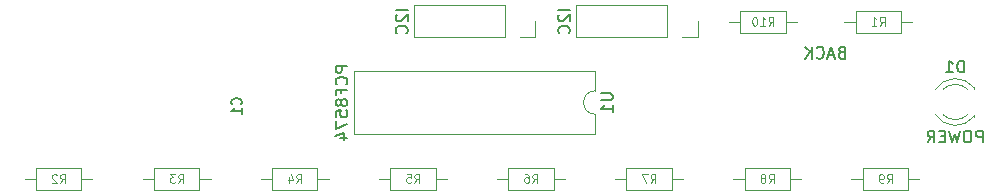
<source format=gbr>
%TF.GenerationSoftware,KiCad,Pcbnew,8.0.1*%
%TF.CreationDate,2024-05-11T19:49:50+01:00*%
%TF.ProjectId,TIMI2CLEDPanel,54494d49-3243-44c4-9544-50616e656c2e,rev?*%
%TF.SameCoordinates,Original*%
%TF.FileFunction,Legend,Bot*%
%TF.FilePolarity,Positive*%
%FSLAX46Y46*%
G04 Gerber Fmt 4.6, Leading zero omitted, Abs format (unit mm)*
G04 Created by KiCad (PCBNEW 8.0.1) date 2024-05-11 19:49:50*
%MOMM*%
%LPD*%
G01*
G04 APERTURE LIST*
%ADD10C,0.150000*%
%ADD11C,0.129000*%
%ADD12C,0.108000*%
%ADD13C,0.120000*%
G04 APERTURE END LIST*
D10*
X116279887Y-34546009D02*
X116137030Y-34593628D01*
X116137030Y-34593628D02*
X116089411Y-34641247D01*
X116089411Y-34641247D02*
X116041792Y-34736485D01*
X116041792Y-34736485D02*
X116041792Y-34879342D01*
X116041792Y-34879342D02*
X116089411Y-34974580D01*
X116089411Y-34974580D02*
X116137030Y-35022200D01*
X116137030Y-35022200D02*
X116232268Y-35069819D01*
X116232268Y-35069819D02*
X116613220Y-35069819D01*
X116613220Y-35069819D02*
X116613220Y-34069819D01*
X116613220Y-34069819D02*
X116279887Y-34069819D01*
X116279887Y-34069819D02*
X116184649Y-34117438D01*
X116184649Y-34117438D02*
X116137030Y-34165057D01*
X116137030Y-34165057D02*
X116089411Y-34260295D01*
X116089411Y-34260295D02*
X116089411Y-34355533D01*
X116089411Y-34355533D02*
X116137030Y-34450771D01*
X116137030Y-34450771D02*
X116184649Y-34498390D01*
X116184649Y-34498390D02*
X116279887Y-34546009D01*
X116279887Y-34546009D02*
X116613220Y-34546009D01*
X115660839Y-34784104D02*
X115184649Y-34784104D01*
X115756077Y-35069819D02*
X115422744Y-34069819D01*
X115422744Y-34069819D02*
X115089411Y-35069819D01*
X114184649Y-34974580D02*
X114232268Y-35022200D01*
X114232268Y-35022200D02*
X114375125Y-35069819D01*
X114375125Y-35069819D02*
X114470363Y-35069819D01*
X114470363Y-35069819D02*
X114613220Y-35022200D01*
X114613220Y-35022200D02*
X114708458Y-34926961D01*
X114708458Y-34926961D02*
X114756077Y-34831723D01*
X114756077Y-34831723D02*
X114803696Y-34641247D01*
X114803696Y-34641247D02*
X114803696Y-34498390D01*
X114803696Y-34498390D02*
X114756077Y-34307914D01*
X114756077Y-34307914D02*
X114708458Y-34212676D01*
X114708458Y-34212676D02*
X114613220Y-34117438D01*
X114613220Y-34117438D02*
X114470363Y-34069819D01*
X114470363Y-34069819D02*
X114375125Y-34069819D01*
X114375125Y-34069819D02*
X114232268Y-34117438D01*
X114232268Y-34117438D02*
X114184649Y-34165057D01*
X113756077Y-35069819D02*
X113756077Y-34069819D01*
X113184649Y-35069819D02*
X113613220Y-34498390D01*
X113184649Y-34069819D02*
X113756077Y-34641247D01*
X93304819Y-30923810D02*
X92304819Y-30923810D01*
X92400057Y-31352381D02*
X92352438Y-31400000D01*
X92352438Y-31400000D02*
X92304819Y-31495238D01*
X92304819Y-31495238D02*
X92304819Y-31733333D01*
X92304819Y-31733333D02*
X92352438Y-31828571D01*
X92352438Y-31828571D02*
X92400057Y-31876190D01*
X92400057Y-31876190D02*
X92495295Y-31923809D01*
X92495295Y-31923809D02*
X92590533Y-31923809D01*
X92590533Y-31923809D02*
X92733390Y-31876190D01*
X92733390Y-31876190D02*
X93304819Y-31304762D01*
X93304819Y-31304762D02*
X93304819Y-31923809D01*
X93209580Y-32923809D02*
X93257200Y-32876190D01*
X93257200Y-32876190D02*
X93304819Y-32733333D01*
X93304819Y-32733333D02*
X93304819Y-32638095D01*
X93304819Y-32638095D02*
X93257200Y-32495238D01*
X93257200Y-32495238D02*
X93161961Y-32400000D01*
X93161961Y-32400000D02*
X93066723Y-32352381D01*
X93066723Y-32352381D02*
X92876247Y-32304762D01*
X92876247Y-32304762D02*
X92733390Y-32304762D01*
X92733390Y-32304762D02*
X92542914Y-32352381D01*
X92542914Y-32352381D02*
X92447676Y-32400000D01*
X92447676Y-32400000D02*
X92352438Y-32495238D01*
X92352438Y-32495238D02*
X92304819Y-32638095D01*
X92304819Y-32638095D02*
X92304819Y-32733333D01*
X92304819Y-32733333D02*
X92352438Y-32876190D01*
X92352438Y-32876190D02*
X92400057Y-32923809D01*
D11*
X65409240Y-38956666D02*
X65450193Y-38915714D01*
X65450193Y-38915714D02*
X65491145Y-38792856D01*
X65491145Y-38792856D02*
X65491145Y-38710952D01*
X65491145Y-38710952D02*
X65450193Y-38588095D01*
X65450193Y-38588095D02*
X65368288Y-38506190D01*
X65368288Y-38506190D02*
X65286383Y-38465237D01*
X65286383Y-38465237D02*
X65122573Y-38424285D01*
X65122573Y-38424285D02*
X64999716Y-38424285D01*
X64999716Y-38424285D02*
X64835907Y-38465237D01*
X64835907Y-38465237D02*
X64754002Y-38506190D01*
X64754002Y-38506190D02*
X64672097Y-38588095D01*
X64672097Y-38588095D02*
X64631145Y-38710952D01*
X64631145Y-38710952D02*
X64631145Y-38792856D01*
X64631145Y-38792856D02*
X64672097Y-38915714D01*
X64672097Y-38915714D02*
X64713050Y-38956666D01*
X65491145Y-39775714D02*
X65491145Y-39284285D01*
X65491145Y-39529999D02*
X64631145Y-39529999D01*
X64631145Y-39529999D02*
X64754002Y-39448095D01*
X64754002Y-39448095D02*
X64835907Y-39366190D01*
X64835907Y-39366190D02*
X64876859Y-39284285D01*
D10*
X126668094Y-36244819D02*
X126668094Y-35244819D01*
X126668094Y-35244819D02*
X126429999Y-35244819D01*
X126429999Y-35244819D02*
X126287142Y-35292438D01*
X126287142Y-35292438D02*
X126191904Y-35387676D01*
X126191904Y-35387676D02*
X126144285Y-35482914D01*
X126144285Y-35482914D02*
X126096666Y-35673390D01*
X126096666Y-35673390D02*
X126096666Y-35816247D01*
X126096666Y-35816247D02*
X126144285Y-36006723D01*
X126144285Y-36006723D02*
X126191904Y-36101961D01*
X126191904Y-36101961D02*
X126287142Y-36197200D01*
X126287142Y-36197200D02*
X126429999Y-36244819D01*
X126429999Y-36244819D02*
X126668094Y-36244819D01*
X125144285Y-36244819D02*
X125715713Y-36244819D01*
X125429999Y-36244819D02*
X125429999Y-35244819D01*
X125429999Y-35244819D02*
X125525237Y-35387676D01*
X125525237Y-35387676D02*
X125620475Y-35482914D01*
X125620475Y-35482914D02*
X125715713Y-35530533D01*
X128239523Y-42164819D02*
X128239523Y-41164819D01*
X128239523Y-41164819D02*
X127858571Y-41164819D01*
X127858571Y-41164819D02*
X127763333Y-41212438D01*
X127763333Y-41212438D02*
X127715714Y-41260057D01*
X127715714Y-41260057D02*
X127668095Y-41355295D01*
X127668095Y-41355295D02*
X127668095Y-41498152D01*
X127668095Y-41498152D02*
X127715714Y-41593390D01*
X127715714Y-41593390D02*
X127763333Y-41641009D01*
X127763333Y-41641009D02*
X127858571Y-41688628D01*
X127858571Y-41688628D02*
X128239523Y-41688628D01*
X127049047Y-41164819D02*
X126858571Y-41164819D01*
X126858571Y-41164819D02*
X126763333Y-41212438D01*
X126763333Y-41212438D02*
X126668095Y-41307676D01*
X126668095Y-41307676D02*
X126620476Y-41498152D01*
X126620476Y-41498152D02*
X126620476Y-41831485D01*
X126620476Y-41831485D02*
X126668095Y-42021961D01*
X126668095Y-42021961D02*
X126763333Y-42117200D01*
X126763333Y-42117200D02*
X126858571Y-42164819D01*
X126858571Y-42164819D02*
X127049047Y-42164819D01*
X127049047Y-42164819D02*
X127144285Y-42117200D01*
X127144285Y-42117200D02*
X127239523Y-42021961D01*
X127239523Y-42021961D02*
X127287142Y-41831485D01*
X127287142Y-41831485D02*
X127287142Y-41498152D01*
X127287142Y-41498152D02*
X127239523Y-41307676D01*
X127239523Y-41307676D02*
X127144285Y-41212438D01*
X127144285Y-41212438D02*
X127049047Y-41164819D01*
X126287142Y-41164819D02*
X126049047Y-42164819D01*
X126049047Y-42164819D02*
X125858571Y-41450533D01*
X125858571Y-41450533D02*
X125668095Y-42164819D01*
X125668095Y-42164819D02*
X125430000Y-41164819D01*
X125049047Y-41641009D02*
X124715714Y-41641009D01*
X124572857Y-42164819D02*
X125049047Y-42164819D01*
X125049047Y-42164819D02*
X125049047Y-41164819D01*
X125049047Y-41164819D02*
X124572857Y-41164819D01*
X123572857Y-42164819D02*
X123906190Y-41688628D01*
X124144285Y-42164819D02*
X124144285Y-41164819D01*
X124144285Y-41164819D02*
X123763333Y-41164819D01*
X123763333Y-41164819D02*
X123668095Y-41212438D01*
X123668095Y-41212438D02*
X123620476Y-41260057D01*
X123620476Y-41260057D02*
X123572857Y-41355295D01*
X123572857Y-41355295D02*
X123572857Y-41498152D01*
X123572857Y-41498152D02*
X123620476Y-41593390D01*
X123620476Y-41593390D02*
X123668095Y-41641009D01*
X123668095Y-41641009D02*
X123763333Y-41688628D01*
X123763333Y-41688628D02*
X124144285Y-41688628D01*
D12*
X100124999Y-45577469D02*
X100364999Y-45234612D01*
X100536428Y-45577469D02*
X100536428Y-44857469D01*
X100536428Y-44857469D02*
X100262142Y-44857469D01*
X100262142Y-44857469D02*
X100193571Y-44891755D01*
X100193571Y-44891755D02*
X100159285Y-44926041D01*
X100159285Y-44926041D02*
X100124999Y-44994612D01*
X100124999Y-44994612D02*
X100124999Y-45097469D01*
X100124999Y-45097469D02*
X100159285Y-45166041D01*
X100159285Y-45166041D02*
X100193571Y-45200326D01*
X100193571Y-45200326D02*
X100262142Y-45234612D01*
X100262142Y-45234612D02*
X100536428Y-45234612D01*
X99884999Y-44857469D02*
X99404999Y-44857469D01*
X99404999Y-44857469D02*
X99713571Y-45577469D01*
D10*
X79549819Y-30923810D02*
X78549819Y-30923810D01*
X78645057Y-31352381D02*
X78597438Y-31400000D01*
X78597438Y-31400000D02*
X78549819Y-31495238D01*
X78549819Y-31495238D02*
X78549819Y-31733333D01*
X78549819Y-31733333D02*
X78597438Y-31828571D01*
X78597438Y-31828571D02*
X78645057Y-31876190D01*
X78645057Y-31876190D02*
X78740295Y-31923809D01*
X78740295Y-31923809D02*
X78835533Y-31923809D01*
X78835533Y-31923809D02*
X78978390Y-31876190D01*
X78978390Y-31876190D02*
X79549819Y-31304762D01*
X79549819Y-31304762D02*
X79549819Y-31923809D01*
X79454580Y-32923809D02*
X79502200Y-32876190D01*
X79502200Y-32876190D02*
X79549819Y-32733333D01*
X79549819Y-32733333D02*
X79549819Y-32638095D01*
X79549819Y-32638095D02*
X79502200Y-32495238D01*
X79502200Y-32495238D02*
X79406961Y-32400000D01*
X79406961Y-32400000D02*
X79311723Y-32352381D01*
X79311723Y-32352381D02*
X79121247Y-32304762D01*
X79121247Y-32304762D02*
X78978390Y-32304762D01*
X78978390Y-32304762D02*
X78787914Y-32352381D01*
X78787914Y-32352381D02*
X78692676Y-32400000D01*
X78692676Y-32400000D02*
X78597438Y-32495238D01*
X78597438Y-32495238D02*
X78549819Y-32638095D01*
X78549819Y-32638095D02*
X78549819Y-32733333D01*
X78549819Y-32733333D02*
X78597438Y-32876190D01*
X78597438Y-32876190D02*
X78645057Y-32923809D01*
D12*
X110112856Y-32277469D02*
X110352856Y-31934612D01*
X110524285Y-32277469D02*
X110524285Y-31557469D01*
X110524285Y-31557469D02*
X110249999Y-31557469D01*
X110249999Y-31557469D02*
X110181428Y-31591755D01*
X110181428Y-31591755D02*
X110147142Y-31626041D01*
X110147142Y-31626041D02*
X110112856Y-31694612D01*
X110112856Y-31694612D02*
X110112856Y-31797469D01*
X110112856Y-31797469D02*
X110147142Y-31866041D01*
X110147142Y-31866041D02*
X110181428Y-31900326D01*
X110181428Y-31900326D02*
X110249999Y-31934612D01*
X110249999Y-31934612D02*
X110524285Y-31934612D01*
X109427142Y-32277469D02*
X109838571Y-32277469D01*
X109632856Y-32277469D02*
X109632856Y-31557469D01*
X109632856Y-31557469D02*
X109701428Y-31660326D01*
X109701428Y-31660326D02*
X109769999Y-31728898D01*
X109769999Y-31728898D02*
X109838571Y-31763184D01*
X108981428Y-31557469D02*
X108912857Y-31557469D01*
X108912857Y-31557469D02*
X108844285Y-31591755D01*
X108844285Y-31591755D02*
X108810000Y-31626041D01*
X108810000Y-31626041D02*
X108775714Y-31694612D01*
X108775714Y-31694612D02*
X108741428Y-31831755D01*
X108741428Y-31831755D02*
X108741428Y-32003184D01*
X108741428Y-32003184D02*
X108775714Y-32140326D01*
X108775714Y-32140326D02*
X108810000Y-32208898D01*
X108810000Y-32208898D02*
X108844285Y-32243184D01*
X108844285Y-32243184D02*
X108912857Y-32277469D01*
X108912857Y-32277469D02*
X108981428Y-32277469D01*
X108981428Y-32277469D02*
X109050000Y-32243184D01*
X109050000Y-32243184D02*
X109084285Y-32208898D01*
X109084285Y-32208898D02*
X109118571Y-32140326D01*
X109118571Y-32140326D02*
X109152857Y-32003184D01*
X109152857Y-32003184D02*
X109152857Y-31831755D01*
X109152857Y-31831755D02*
X109118571Y-31694612D01*
X109118571Y-31694612D02*
X109084285Y-31626041D01*
X109084285Y-31626041D02*
X109050000Y-31591755D01*
X109050000Y-31591755D02*
X108981428Y-31557469D01*
X120124999Y-45577469D02*
X120364999Y-45234612D01*
X120536428Y-45577469D02*
X120536428Y-44857469D01*
X120536428Y-44857469D02*
X120262142Y-44857469D01*
X120262142Y-44857469D02*
X120193571Y-44891755D01*
X120193571Y-44891755D02*
X120159285Y-44926041D01*
X120159285Y-44926041D02*
X120124999Y-44994612D01*
X120124999Y-44994612D02*
X120124999Y-45097469D01*
X120124999Y-45097469D02*
X120159285Y-45166041D01*
X120159285Y-45166041D02*
X120193571Y-45200326D01*
X120193571Y-45200326D02*
X120262142Y-45234612D01*
X120262142Y-45234612D02*
X120536428Y-45234612D01*
X119782142Y-45577469D02*
X119644999Y-45577469D01*
X119644999Y-45577469D02*
X119576428Y-45543184D01*
X119576428Y-45543184D02*
X119542142Y-45508898D01*
X119542142Y-45508898D02*
X119473571Y-45406041D01*
X119473571Y-45406041D02*
X119439285Y-45268898D01*
X119439285Y-45268898D02*
X119439285Y-44994612D01*
X119439285Y-44994612D02*
X119473571Y-44926041D01*
X119473571Y-44926041D02*
X119507857Y-44891755D01*
X119507857Y-44891755D02*
X119576428Y-44857469D01*
X119576428Y-44857469D02*
X119713571Y-44857469D01*
X119713571Y-44857469D02*
X119782142Y-44891755D01*
X119782142Y-44891755D02*
X119816428Y-44926041D01*
X119816428Y-44926041D02*
X119850714Y-44994612D01*
X119850714Y-44994612D02*
X119850714Y-45166041D01*
X119850714Y-45166041D02*
X119816428Y-45234612D01*
X119816428Y-45234612D02*
X119782142Y-45268898D01*
X119782142Y-45268898D02*
X119713571Y-45303184D01*
X119713571Y-45303184D02*
X119576428Y-45303184D01*
X119576428Y-45303184D02*
X119507857Y-45268898D01*
X119507857Y-45268898D02*
X119473571Y-45234612D01*
X119473571Y-45234612D02*
X119439285Y-45166041D01*
X110124999Y-45577469D02*
X110364999Y-45234612D01*
X110536428Y-45577469D02*
X110536428Y-44857469D01*
X110536428Y-44857469D02*
X110262142Y-44857469D01*
X110262142Y-44857469D02*
X110193571Y-44891755D01*
X110193571Y-44891755D02*
X110159285Y-44926041D01*
X110159285Y-44926041D02*
X110124999Y-44994612D01*
X110124999Y-44994612D02*
X110124999Y-45097469D01*
X110124999Y-45097469D02*
X110159285Y-45166041D01*
X110159285Y-45166041D02*
X110193571Y-45200326D01*
X110193571Y-45200326D02*
X110262142Y-45234612D01*
X110262142Y-45234612D02*
X110536428Y-45234612D01*
X109713571Y-45166041D02*
X109782142Y-45131755D01*
X109782142Y-45131755D02*
X109816428Y-45097469D01*
X109816428Y-45097469D02*
X109850714Y-45028898D01*
X109850714Y-45028898D02*
X109850714Y-44994612D01*
X109850714Y-44994612D02*
X109816428Y-44926041D01*
X109816428Y-44926041D02*
X109782142Y-44891755D01*
X109782142Y-44891755D02*
X109713571Y-44857469D01*
X109713571Y-44857469D02*
X109576428Y-44857469D01*
X109576428Y-44857469D02*
X109507857Y-44891755D01*
X109507857Y-44891755D02*
X109473571Y-44926041D01*
X109473571Y-44926041D02*
X109439285Y-44994612D01*
X109439285Y-44994612D02*
X109439285Y-45028898D01*
X109439285Y-45028898D02*
X109473571Y-45097469D01*
X109473571Y-45097469D02*
X109507857Y-45131755D01*
X109507857Y-45131755D02*
X109576428Y-45166041D01*
X109576428Y-45166041D02*
X109713571Y-45166041D01*
X109713571Y-45166041D02*
X109782142Y-45200326D01*
X109782142Y-45200326D02*
X109816428Y-45234612D01*
X109816428Y-45234612D02*
X109850714Y-45303184D01*
X109850714Y-45303184D02*
X109850714Y-45440326D01*
X109850714Y-45440326D02*
X109816428Y-45508898D01*
X109816428Y-45508898D02*
X109782142Y-45543184D01*
X109782142Y-45543184D02*
X109713571Y-45577469D01*
X109713571Y-45577469D02*
X109576428Y-45577469D01*
X109576428Y-45577469D02*
X109507857Y-45543184D01*
X109507857Y-45543184D02*
X109473571Y-45508898D01*
X109473571Y-45508898D02*
X109439285Y-45440326D01*
X109439285Y-45440326D02*
X109439285Y-45303184D01*
X109439285Y-45303184D02*
X109473571Y-45234612D01*
X109473571Y-45234612D02*
X109507857Y-45200326D01*
X109507857Y-45200326D02*
X109576428Y-45166041D01*
X50124999Y-45577469D02*
X50364999Y-45234612D01*
X50536428Y-45577469D02*
X50536428Y-44857469D01*
X50536428Y-44857469D02*
X50262142Y-44857469D01*
X50262142Y-44857469D02*
X50193571Y-44891755D01*
X50193571Y-44891755D02*
X50159285Y-44926041D01*
X50159285Y-44926041D02*
X50124999Y-44994612D01*
X50124999Y-44994612D02*
X50124999Y-45097469D01*
X50124999Y-45097469D02*
X50159285Y-45166041D01*
X50159285Y-45166041D02*
X50193571Y-45200326D01*
X50193571Y-45200326D02*
X50262142Y-45234612D01*
X50262142Y-45234612D02*
X50536428Y-45234612D01*
X49850714Y-44926041D02*
X49816428Y-44891755D01*
X49816428Y-44891755D02*
X49747857Y-44857469D01*
X49747857Y-44857469D02*
X49576428Y-44857469D01*
X49576428Y-44857469D02*
X49507857Y-44891755D01*
X49507857Y-44891755D02*
X49473571Y-44926041D01*
X49473571Y-44926041D02*
X49439285Y-44994612D01*
X49439285Y-44994612D02*
X49439285Y-45063184D01*
X49439285Y-45063184D02*
X49473571Y-45166041D01*
X49473571Y-45166041D02*
X49884999Y-45577469D01*
X49884999Y-45577469D02*
X49439285Y-45577469D01*
X119519999Y-32277469D02*
X119759999Y-31934612D01*
X119931428Y-32277469D02*
X119931428Y-31557469D01*
X119931428Y-31557469D02*
X119657142Y-31557469D01*
X119657142Y-31557469D02*
X119588571Y-31591755D01*
X119588571Y-31591755D02*
X119554285Y-31626041D01*
X119554285Y-31626041D02*
X119519999Y-31694612D01*
X119519999Y-31694612D02*
X119519999Y-31797469D01*
X119519999Y-31797469D02*
X119554285Y-31866041D01*
X119554285Y-31866041D02*
X119588571Y-31900326D01*
X119588571Y-31900326D02*
X119657142Y-31934612D01*
X119657142Y-31934612D02*
X119931428Y-31934612D01*
X118834285Y-32277469D02*
X119245714Y-32277469D01*
X119039999Y-32277469D02*
X119039999Y-31557469D01*
X119039999Y-31557469D02*
X119108571Y-31660326D01*
X119108571Y-31660326D02*
X119177142Y-31728898D01*
X119177142Y-31728898D02*
X119245714Y-31763184D01*
X60124999Y-45577469D02*
X60364999Y-45234612D01*
X60536428Y-45577469D02*
X60536428Y-44857469D01*
X60536428Y-44857469D02*
X60262142Y-44857469D01*
X60262142Y-44857469D02*
X60193571Y-44891755D01*
X60193571Y-44891755D02*
X60159285Y-44926041D01*
X60159285Y-44926041D02*
X60124999Y-44994612D01*
X60124999Y-44994612D02*
X60124999Y-45097469D01*
X60124999Y-45097469D02*
X60159285Y-45166041D01*
X60159285Y-45166041D02*
X60193571Y-45200326D01*
X60193571Y-45200326D02*
X60262142Y-45234612D01*
X60262142Y-45234612D02*
X60536428Y-45234612D01*
X59884999Y-44857469D02*
X59439285Y-44857469D01*
X59439285Y-44857469D02*
X59679285Y-45131755D01*
X59679285Y-45131755D02*
X59576428Y-45131755D01*
X59576428Y-45131755D02*
X59507857Y-45166041D01*
X59507857Y-45166041D02*
X59473571Y-45200326D01*
X59473571Y-45200326D02*
X59439285Y-45268898D01*
X59439285Y-45268898D02*
X59439285Y-45440326D01*
X59439285Y-45440326D02*
X59473571Y-45508898D01*
X59473571Y-45508898D02*
X59507857Y-45543184D01*
X59507857Y-45543184D02*
X59576428Y-45577469D01*
X59576428Y-45577469D02*
X59782142Y-45577469D01*
X59782142Y-45577469D02*
X59850714Y-45543184D01*
X59850714Y-45543184D02*
X59884999Y-45508898D01*
X90124999Y-45577469D02*
X90364999Y-45234612D01*
X90536428Y-45577469D02*
X90536428Y-44857469D01*
X90536428Y-44857469D02*
X90262142Y-44857469D01*
X90262142Y-44857469D02*
X90193571Y-44891755D01*
X90193571Y-44891755D02*
X90159285Y-44926041D01*
X90159285Y-44926041D02*
X90124999Y-44994612D01*
X90124999Y-44994612D02*
X90124999Y-45097469D01*
X90124999Y-45097469D02*
X90159285Y-45166041D01*
X90159285Y-45166041D02*
X90193571Y-45200326D01*
X90193571Y-45200326D02*
X90262142Y-45234612D01*
X90262142Y-45234612D02*
X90536428Y-45234612D01*
X89507857Y-44857469D02*
X89644999Y-44857469D01*
X89644999Y-44857469D02*
X89713571Y-44891755D01*
X89713571Y-44891755D02*
X89747857Y-44926041D01*
X89747857Y-44926041D02*
X89816428Y-45028898D01*
X89816428Y-45028898D02*
X89850714Y-45166041D01*
X89850714Y-45166041D02*
X89850714Y-45440326D01*
X89850714Y-45440326D02*
X89816428Y-45508898D01*
X89816428Y-45508898D02*
X89782142Y-45543184D01*
X89782142Y-45543184D02*
X89713571Y-45577469D01*
X89713571Y-45577469D02*
X89576428Y-45577469D01*
X89576428Y-45577469D02*
X89507857Y-45543184D01*
X89507857Y-45543184D02*
X89473571Y-45508898D01*
X89473571Y-45508898D02*
X89439285Y-45440326D01*
X89439285Y-45440326D02*
X89439285Y-45268898D01*
X89439285Y-45268898D02*
X89473571Y-45200326D01*
X89473571Y-45200326D02*
X89507857Y-45166041D01*
X89507857Y-45166041D02*
X89576428Y-45131755D01*
X89576428Y-45131755D02*
X89713571Y-45131755D01*
X89713571Y-45131755D02*
X89782142Y-45166041D01*
X89782142Y-45166041D02*
X89816428Y-45200326D01*
X89816428Y-45200326D02*
X89850714Y-45268898D01*
D10*
X95904819Y-38028095D02*
X96714342Y-38028095D01*
X96714342Y-38028095D02*
X96809580Y-38075714D01*
X96809580Y-38075714D02*
X96857200Y-38123333D01*
X96857200Y-38123333D02*
X96904819Y-38218571D01*
X96904819Y-38218571D02*
X96904819Y-38409047D01*
X96904819Y-38409047D02*
X96857200Y-38504285D01*
X96857200Y-38504285D02*
X96809580Y-38551904D01*
X96809580Y-38551904D02*
X96714342Y-38599523D01*
X96714342Y-38599523D02*
X95904819Y-38599523D01*
X96904819Y-39599523D02*
X96904819Y-39028095D01*
X96904819Y-39313809D02*
X95904819Y-39313809D01*
X95904819Y-39313809D02*
X96047676Y-39218571D01*
X96047676Y-39218571D02*
X96142914Y-39123333D01*
X96142914Y-39123333D02*
X96190533Y-39028095D01*
X74464819Y-35694762D02*
X73464819Y-35694762D01*
X73464819Y-35694762D02*
X73464819Y-36075714D01*
X73464819Y-36075714D02*
X73512438Y-36170952D01*
X73512438Y-36170952D02*
X73560057Y-36218571D01*
X73560057Y-36218571D02*
X73655295Y-36266190D01*
X73655295Y-36266190D02*
X73798152Y-36266190D01*
X73798152Y-36266190D02*
X73893390Y-36218571D01*
X73893390Y-36218571D02*
X73941009Y-36170952D01*
X73941009Y-36170952D02*
X73988628Y-36075714D01*
X73988628Y-36075714D02*
X73988628Y-35694762D01*
X74369580Y-37266190D02*
X74417200Y-37218571D01*
X74417200Y-37218571D02*
X74464819Y-37075714D01*
X74464819Y-37075714D02*
X74464819Y-36980476D01*
X74464819Y-36980476D02*
X74417200Y-36837619D01*
X74417200Y-36837619D02*
X74321961Y-36742381D01*
X74321961Y-36742381D02*
X74226723Y-36694762D01*
X74226723Y-36694762D02*
X74036247Y-36647143D01*
X74036247Y-36647143D02*
X73893390Y-36647143D01*
X73893390Y-36647143D02*
X73702914Y-36694762D01*
X73702914Y-36694762D02*
X73607676Y-36742381D01*
X73607676Y-36742381D02*
X73512438Y-36837619D01*
X73512438Y-36837619D02*
X73464819Y-36980476D01*
X73464819Y-36980476D02*
X73464819Y-37075714D01*
X73464819Y-37075714D02*
X73512438Y-37218571D01*
X73512438Y-37218571D02*
X73560057Y-37266190D01*
X73941009Y-38028095D02*
X73941009Y-37694762D01*
X74464819Y-37694762D02*
X73464819Y-37694762D01*
X73464819Y-37694762D02*
X73464819Y-38170952D01*
X73893390Y-38694762D02*
X73845771Y-38599524D01*
X73845771Y-38599524D02*
X73798152Y-38551905D01*
X73798152Y-38551905D02*
X73702914Y-38504286D01*
X73702914Y-38504286D02*
X73655295Y-38504286D01*
X73655295Y-38504286D02*
X73560057Y-38551905D01*
X73560057Y-38551905D02*
X73512438Y-38599524D01*
X73512438Y-38599524D02*
X73464819Y-38694762D01*
X73464819Y-38694762D02*
X73464819Y-38885238D01*
X73464819Y-38885238D02*
X73512438Y-38980476D01*
X73512438Y-38980476D02*
X73560057Y-39028095D01*
X73560057Y-39028095D02*
X73655295Y-39075714D01*
X73655295Y-39075714D02*
X73702914Y-39075714D01*
X73702914Y-39075714D02*
X73798152Y-39028095D01*
X73798152Y-39028095D02*
X73845771Y-38980476D01*
X73845771Y-38980476D02*
X73893390Y-38885238D01*
X73893390Y-38885238D02*
X73893390Y-38694762D01*
X73893390Y-38694762D02*
X73941009Y-38599524D01*
X73941009Y-38599524D02*
X73988628Y-38551905D01*
X73988628Y-38551905D02*
X74083866Y-38504286D01*
X74083866Y-38504286D02*
X74274342Y-38504286D01*
X74274342Y-38504286D02*
X74369580Y-38551905D01*
X74369580Y-38551905D02*
X74417200Y-38599524D01*
X74417200Y-38599524D02*
X74464819Y-38694762D01*
X74464819Y-38694762D02*
X74464819Y-38885238D01*
X74464819Y-38885238D02*
X74417200Y-38980476D01*
X74417200Y-38980476D02*
X74369580Y-39028095D01*
X74369580Y-39028095D02*
X74274342Y-39075714D01*
X74274342Y-39075714D02*
X74083866Y-39075714D01*
X74083866Y-39075714D02*
X73988628Y-39028095D01*
X73988628Y-39028095D02*
X73941009Y-38980476D01*
X73941009Y-38980476D02*
X73893390Y-38885238D01*
X73464819Y-39980476D02*
X73464819Y-39504286D01*
X73464819Y-39504286D02*
X73941009Y-39456667D01*
X73941009Y-39456667D02*
X73893390Y-39504286D01*
X73893390Y-39504286D02*
X73845771Y-39599524D01*
X73845771Y-39599524D02*
X73845771Y-39837619D01*
X73845771Y-39837619D02*
X73893390Y-39932857D01*
X73893390Y-39932857D02*
X73941009Y-39980476D01*
X73941009Y-39980476D02*
X74036247Y-40028095D01*
X74036247Y-40028095D02*
X74274342Y-40028095D01*
X74274342Y-40028095D02*
X74369580Y-39980476D01*
X74369580Y-39980476D02*
X74417200Y-39932857D01*
X74417200Y-39932857D02*
X74464819Y-39837619D01*
X74464819Y-39837619D02*
X74464819Y-39599524D01*
X74464819Y-39599524D02*
X74417200Y-39504286D01*
X74417200Y-39504286D02*
X74369580Y-39456667D01*
X73464819Y-40361429D02*
X73464819Y-41028095D01*
X73464819Y-41028095D02*
X74464819Y-40599524D01*
X73798152Y-41837619D02*
X74464819Y-41837619D01*
X73417200Y-41599524D02*
X74131485Y-41361429D01*
X74131485Y-41361429D02*
X74131485Y-41980476D01*
D12*
X80124999Y-45577469D02*
X80364999Y-45234612D01*
X80536428Y-45577469D02*
X80536428Y-44857469D01*
X80536428Y-44857469D02*
X80262142Y-44857469D01*
X80262142Y-44857469D02*
X80193571Y-44891755D01*
X80193571Y-44891755D02*
X80159285Y-44926041D01*
X80159285Y-44926041D02*
X80124999Y-44994612D01*
X80124999Y-44994612D02*
X80124999Y-45097469D01*
X80124999Y-45097469D02*
X80159285Y-45166041D01*
X80159285Y-45166041D02*
X80193571Y-45200326D01*
X80193571Y-45200326D02*
X80262142Y-45234612D01*
X80262142Y-45234612D02*
X80536428Y-45234612D01*
X79473571Y-44857469D02*
X79816428Y-44857469D01*
X79816428Y-44857469D02*
X79850714Y-45200326D01*
X79850714Y-45200326D02*
X79816428Y-45166041D01*
X79816428Y-45166041D02*
X79747857Y-45131755D01*
X79747857Y-45131755D02*
X79576428Y-45131755D01*
X79576428Y-45131755D02*
X79507857Y-45166041D01*
X79507857Y-45166041D02*
X79473571Y-45200326D01*
X79473571Y-45200326D02*
X79439285Y-45268898D01*
X79439285Y-45268898D02*
X79439285Y-45440326D01*
X79439285Y-45440326D02*
X79473571Y-45508898D01*
X79473571Y-45508898D02*
X79507857Y-45543184D01*
X79507857Y-45543184D02*
X79576428Y-45577469D01*
X79576428Y-45577469D02*
X79747857Y-45577469D01*
X79747857Y-45577469D02*
X79816428Y-45543184D01*
X79816428Y-45543184D02*
X79850714Y-45508898D01*
X70124999Y-45577469D02*
X70364999Y-45234612D01*
X70536428Y-45577469D02*
X70536428Y-44857469D01*
X70536428Y-44857469D02*
X70262142Y-44857469D01*
X70262142Y-44857469D02*
X70193571Y-44891755D01*
X70193571Y-44891755D02*
X70159285Y-44926041D01*
X70159285Y-44926041D02*
X70124999Y-44994612D01*
X70124999Y-44994612D02*
X70124999Y-45097469D01*
X70124999Y-45097469D02*
X70159285Y-45166041D01*
X70159285Y-45166041D02*
X70193571Y-45200326D01*
X70193571Y-45200326D02*
X70262142Y-45234612D01*
X70262142Y-45234612D02*
X70536428Y-45234612D01*
X69507857Y-45097469D02*
X69507857Y-45577469D01*
X69679285Y-44823184D02*
X69850714Y-45337469D01*
X69850714Y-45337469D02*
X69404999Y-45337469D01*
D13*
%TO.C,J1*%
X104130000Y-31900000D02*
X104130000Y-33230000D01*
X104130000Y-33230000D02*
X102800000Y-33230000D01*
X93850000Y-33230000D02*
X101530000Y-33230000D01*
X101530000Y-30570000D02*
X101530000Y-33230000D01*
X93850000Y-30570000D02*
X93850000Y-33230000D01*
X93850000Y-30570000D02*
X101530000Y-30570000D01*
%TO.C,D1*%
X127490000Y-37670000D02*
X127490000Y-37514000D01*
X127490000Y-39986000D02*
X127490000Y-39830000D01*
X124257666Y-37671392D02*
G75*
G02*
X127489999Y-37514485I1672334J-1078608D01*
G01*
X124888871Y-37670164D02*
G75*
G02*
X126970960Y-37670001I1041129J-1079836D01*
G01*
X126970960Y-39829999D02*
G75*
G02*
X124888871Y-39829836I-1040960J1079999D01*
G01*
X127489999Y-39985515D02*
G75*
G02*
X124257666Y-39828608I-1559999J1235515D01*
G01*
%TO.C,R7*%
X98085000Y-44330000D02*
X98085000Y-46170000D01*
X98085000Y-45250000D02*
X97135000Y-45250000D01*
X98085000Y-46170000D02*
X101925000Y-46170000D01*
X101925000Y-44330000D02*
X98085000Y-44330000D01*
X101925000Y-45250000D02*
X102875000Y-45250000D01*
X101925000Y-46170000D02*
X101925000Y-44330000D01*
%TO.C,J4*%
X80095000Y-30570000D02*
X80095000Y-33230000D01*
X80095000Y-30570000D02*
X87775000Y-30570000D01*
X80095000Y-33230000D02*
X87775000Y-33230000D01*
X87775000Y-30570000D02*
X87775000Y-33230000D01*
X90375000Y-31900000D02*
X90375000Y-33230000D01*
X90375000Y-33230000D02*
X89045000Y-33230000D01*
%TO.C,R10*%
X107730000Y-31030000D02*
X107730000Y-32870000D01*
X107730000Y-31950000D02*
X106780000Y-31950000D01*
X107730000Y-32870000D02*
X111570000Y-32870000D01*
X111570000Y-31030000D02*
X107730000Y-31030000D01*
X111570000Y-31950000D02*
X112520000Y-31950000D01*
X111570000Y-32870000D02*
X111570000Y-31030000D01*
%TO.C,R9*%
X118085000Y-44330000D02*
X118085000Y-46170000D01*
X118085000Y-45250000D02*
X117135000Y-45250000D01*
X118085000Y-46170000D02*
X121925000Y-46170000D01*
X121925000Y-44330000D02*
X118085000Y-44330000D01*
X121925000Y-45250000D02*
X122875000Y-45250000D01*
X121925000Y-46170000D02*
X121925000Y-44330000D01*
%TO.C,R8*%
X108085000Y-44330000D02*
X108085000Y-46170000D01*
X108085000Y-45250000D02*
X107135000Y-45250000D01*
X108085000Y-46170000D02*
X111925000Y-46170000D01*
X111925000Y-44330000D02*
X108085000Y-44330000D01*
X111925000Y-45250000D02*
X112875000Y-45250000D01*
X111925000Y-46170000D02*
X111925000Y-44330000D01*
%TO.C,R2*%
X48085000Y-44330000D02*
X48085000Y-46170000D01*
X48085000Y-45250000D02*
X47135000Y-45250000D01*
X48085000Y-46170000D02*
X51925000Y-46170000D01*
X51925000Y-44330000D02*
X48085000Y-44330000D01*
X51925000Y-45250000D02*
X52875000Y-45250000D01*
X51925000Y-46170000D02*
X51925000Y-44330000D01*
%TO.C,R1*%
X117480000Y-31030000D02*
X117480000Y-32870000D01*
X117480000Y-31950000D02*
X116530000Y-31950000D01*
X117480000Y-32870000D02*
X121320000Y-32870000D01*
X121320000Y-31030000D02*
X117480000Y-31030000D01*
X121320000Y-31950000D02*
X122270000Y-31950000D01*
X121320000Y-32870000D02*
X121320000Y-31030000D01*
%TO.C,R3*%
X58085000Y-44330000D02*
X58085000Y-46170000D01*
X58085000Y-45250000D02*
X57135000Y-45250000D01*
X58085000Y-46170000D02*
X61925000Y-46170000D01*
X61925000Y-44330000D02*
X58085000Y-44330000D01*
X61925000Y-45250000D02*
X62875000Y-45250000D01*
X61925000Y-46170000D02*
X61925000Y-44330000D01*
%TO.C,R6*%
X88085000Y-44330000D02*
X88085000Y-46170000D01*
X88085000Y-45250000D02*
X87135000Y-45250000D01*
X88085000Y-46170000D02*
X91925000Y-46170000D01*
X91925000Y-44330000D02*
X88085000Y-44330000D01*
X91925000Y-45250000D02*
X92875000Y-45250000D01*
X91925000Y-46170000D02*
X91925000Y-44330000D01*
%TO.C,U1*%
X75010000Y-36140000D02*
X75010000Y-41440000D01*
X75010000Y-41440000D02*
X95450000Y-41440000D01*
X95450000Y-36140000D02*
X75010000Y-36140000D01*
X95450000Y-37790000D02*
X95450000Y-36140000D01*
X95450000Y-41440000D02*
X95450000Y-39790000D01*
X95450000Y-39790000D02*
G75*
G02*
X95450000Y-37790000I0J1000000D01*
G01*
%TO.C,R5*%
X78085000Y-44330000D02*
X78085000Y-46170000D01*
X78085000Y-45250000D02*
X77135000Y-45250000D01*
X78085000Y-46170000D02*
X81925000Y-46170000D01*
X81925000Y-44330000D02*
X78085000Y-44330000D01*
X81925000Y-45250000D02*
X82875000Y-45250000D01*
X81925000Y-46170000D02*
X81925000Y-44330000D01*
%TO.C,R4*%
X68085000Y-44330000D02*
X68085000Y-46170000D01*
X68085000Y-45250000D02*
X67135000Y-45250000D01*
X68085000Y-46170000D02*
X71925000Y-46170000D01*
X71925000Y-44330000D02*
X68085000Y-44330000D01*
X71925000Y-45250000D02*
X72875000Y-45250000D01*
X71925000Y-46170000D02*
X71925000Y-44330000D01*
%TD*%
M02*

</source>
